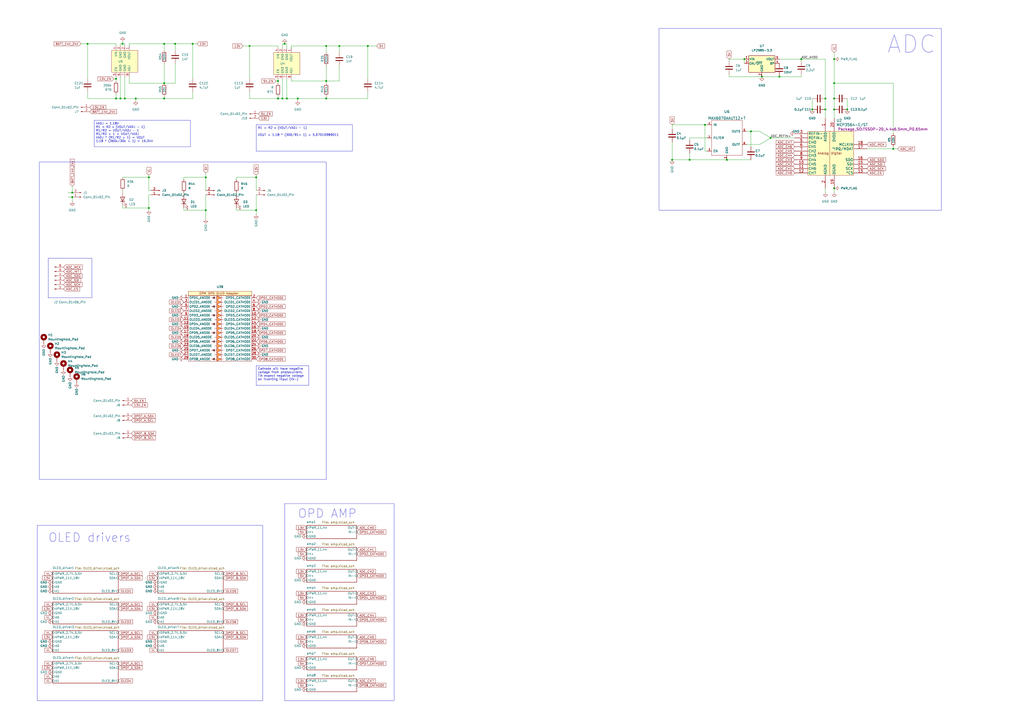
<source format=kicad_sch>
(kicad_sch (version 20230121) (generator eeschema)
  (paper "A2")
  (junction (at 400.05 92.71))
  (junction (at 435.61 76.2))
  (junction (at 119.38 121.92))
  (junction (at 78.74 57.15))
  (junction (at 421.64 92.71))
  (junction (at 483.87 109.22))
  (junction (at 161.29 57.15))
  (junction (at 471.17 63.5))
  (junction (at 452.12 44.45))
  (junction (at 196.85 26.67))
  (junction (at 67.31 57.15))
  (junction (at 95.25 48.26))
  (junction (at 95.25 25.4))
  (junction (at 86.36 120.65))
  (junction (at 86.36 102.87))
  (junction (at 518.16 86.36))
  (junction (at 163.83 57.15))
  (junction (at 189.23 46.99))
  (junction (at 69.85 57.15))
  (junction (at 464.82 34.29))
  (junction (at 148.59 102.87))
  (junction (at 161.29 46.99))
  (junction (at 483.87 34.29))
  (junction (at 189.23 26.67))
  (junction (at 111.76 25.4))
  (junction (at 166.37 57.15))
  (junction (at 144.78 26.67))
  (junction (at 483.87 57.15))
  (junction (at 41.91 111.76))
  (junction (at 483.87 63.5))
  (junction (at 50.8 25.4))
  (junction (at 491.49 63.5))
  (junction (at 72.39 57.15))
  (junction (at 447.04 80.01))
  (junction (at 71.12 25.4))
  (junction (at 119.38 102.87))
  (junction (at 213.36 26.67))
  (junction (at 189.23 57.15))
  (junction (at 148.59 121.92))
  (junction (at 483.87 48.26))
  (junction (at 67.31 45.72))
  (junction (at 478.79 57.15))
  (junction (at 431.8 34.29))
  (junction (at 95.25 57.15))
  (junction (at 101.6 25.4))
  (junction (at 41.91 114.3))
  (junction (at 441.96 44.45))
  (junction (at 172.72 57.15))
  (junction (at 478.79 63.5))
  (junction (at 165.1 25.4))
  (junction (at 389.89 92.71))
  (junction (at 408.94 72.39))
  (wire (pts (xy 518.16 48.26) (xy 518.16 77.47)))
  (wire (pts (xy 433.07 76.2) (xy 435.61 76.2)))
  (wire (pts (xy 491.49 57.15) (xy 491.49 63.5)))
  (wire (pts (xy 518.16 86.36) (xy 518.16 85.09)))
  (wire (pts (xy 101.6 25.4) (xy 111.76 25.4)))
  (wire (pts (xy 95.25 57.15) (xy 111.76 57.15)))
  (wire (pts (xy 137.16 111.76) (xy 137.16 113.03)))
  (wire (pts (xy 101.6 48.26) (xy 101.6 36.83)))
  (wire (pts (xy 69.85 44.45) (xy 69.85 57.15)))
  (wire (pts (xy 39.37 114.3) (xy 41.91 114.3)))
  (wire (pts (xy 119.38 113.03) (xy 119.38 121.92)))
  (wire (pts (xy 431.8 34.29) (xy 422.91 34.29)))
  (wire (pts (xy 196.85 26.67) (xy 213.36 26.67)))
  (wire (pts (xy 86.36 101.6) (xy 86.36 102.87)))
  (wire (pts (xy 86.36 110.49) (xy 87.63 110.49)))
  (wire (pts (xy 213.36 26.67) (xy 218.44 26.67)))
  (wire (pts (xy 67.31 54.61) (xy 67.31 57.15)))
  (wire (pts (xy 433.07 83.82) (xy 440.69 83.82)))
  (wire (pts (xy 140.97 26.67) (xy 144.78 26.67)))
  (wire (pts (xy 71.12 119.38) (xy 71.12 120.65)))
  (wire (pts (xy 478.79 111.76) (xy 478.79 109.22)))
  (wire (pts (xy 111.76 25.4) (xy 111.76 45.72)))
  (wire (pts (xy 106.68 120.65) (xy 106.68 121.92)))
  (wire (pts (xy 148.59 121.92) (xy 148.59 124.46)))
  (wire (pts (xy 137.16 104.14) (xy 137.16 102.87)))
  (wire (pts (xy 119.38 102.87) (xy 119.38 110.49)))
  (wire (pts (xy 161.29 57.15) (xy 144.78 57.15)))
  (wire (pts (xy 389.89 72.39) (xy 389.89 74.93)))
  (wire (pts (xy 410.21 80.01) (xy 400.05 80.01)))
  (wire (pts (xy 478.79 57.15) (xy 478.79 63.5)))
  (wire (pts (xy 111.76 57.15) (xy 111.76 53.34)))
  (wire (pts (xy 148.59 101.6) (xy 148.59 102.87)))
  (wire (pts (xy 50.8 57.15) (xy 50.8 53.34)))
  (wire (pts (xy 408.94 72.39) (xy 408.94 87.63)))
  (wire (pts (xy 189.23 38.1) (xy 189.23 46.99)))
  (wire (pts (xy 483.87 30.48) (xy 483.87 34.29)))
  (wire (pts (xy 106.68 102.87) (xy 119.38 102.87)))
  (wire (pts (xy 144.78 26.67) (xy 161.29 26.67)))
  (wire (pts (xy 168.91 26.67) (xy 189.23 26.67)))
  (wire (pts (xy 189.23 55.88) (xy 189.23 57.15)))
  (wire (pts (xy 163.83 57.15) (xy 161.29 57.15)))
  (wire (pts (xy 95.25 25.4) (xy 101.6 25.4)))
  (polyline (pts (xy 53.34 149.86) (xy 27.94 149.86)))
  (wire (pts (xy 95.25 55.88) (xy 95.25 57.15)))
  (wire (pts (xy 435.61 76.2) (xy 435.61 85.09)))
  (wire (pts (xy 422.91 34.29) (xy 422.91 35.56)))
  (wire (pts (xy 452.12 34.29) (xy 464.82 34.29)))
  (wire (pts (xy 148.59 102.87) (xy 148.59 110.49)))
  (wire (pts (xy 483.87 111.76) (xy 483.87 109.22)))
  (wire (pts (xy 168.91 46.99) (xy 189.23 46.99)))
  (wire (pts (xy 161.29 45.72) (xy 161.29 46.99)))
  (wire (pts (xy 189.23 57.15) (xy 213.36 57.15)))
  (wire (pts (xy 74.93 25.4) (xy 95.25 25.4)))
  (wire (pts (xy 163.83 25.4) (xy 165.1 25.4)))
  (wire (pts (xy 95.25 48.26) (xy 101.6 48.26)))
  (wire (pts (xy 87.63 113.03) (xy 86.36 113.03)))
  (wire (pts (xy 72.39 44.45) (xy 72.39 57.15)))
  (wire (pts (xy 74.93 48.26) (xy 95.25 48.26)))
  (wire (pts (xy 137.16 120.65) (xy 137.16 121.92)))
  (wire (pts (xy 464.82 34.29) (xy 478.79 34.29)))
  (wire (pts (xy 422.91 44.45) (xy 422.91 43.18)))
  (wire (pts (xy 71.12 25.4) (xy 69.85 25.4)))
  (wire (pts (xy 452.12 44.45) (xy 464.82 44.45)))
  (wire (pts (xy 71.12 24.13) (xy 71.12 25.4)))
  (polyline (pts (xy 53.34 149.86) (xy 53.34 172.72)))
  (wire (pts (xy 189.23 57.15) (xy 172.72 57.15)))
  (wire (pts (xy 196.85 26.67) (xy 196.85 30.48)))
  (wire (pts (xy 144.78 57.15) (xy 144.78 53.34)))
  (wire (pts (xy 478.79 63.5) (xy 478.79 68.58)))
  (wire (pts (xy 161.29 26.67) (xy 161.29 27.94)))
  (wire (pts (xy 483.87 34.29) (xy 483.87 48.26)))
  (wire (pts (xy 389.89 72.39) (xy 408.94 72.39)))
  (polyline (pts (xy 27.94 149.86) (xy 27.94 172.72)))
  (wire (pts (xy 71.12 102.87) (xy 86.36 102.87)))
  (wire (pts (xy 148.59 113.03) (xy 148.59 121.92)))
  (wire (pts (xy 50.8 57.15) (xy 67.31 57.15)))
  (polyline (pts (xy 27.94 172.72) (xy 53.34 172.72)))
  (wire (pts (xy 137.16 121.92) (xy 148.59 121.92)))
  (wire (pts (xy 431.8 34.29) (xy 431.8 36.83)))
  (wire (pts (xy 389.89 92.71) (xy 389.89 82.55)))
  (wire (pts (xy 471.17 57.15) (xy 471.17 63.5)))
  (wire (pts (xy 166.37 57.15) (xy 172.72 57.15)))
  (wire (pts (xy 39.37 111.76) (xy 41.91 111.76)))
  (wire (pts (xy 400.05 80.01) (xy 400.05 81.28)))
  (wire (pts (xy 163.83 45.72) (xy 163.83 57.15)))
  (wire (pts (xy 483.87 63.5) (xy 483.87 68.58)))
  (wire (pts (xy 400.05 92.71) (xy 421.64 92.71)))
  (wire (pts (xy 447.04 80.01) (xy 461.01 80.01)))
  (wire (pts (xy 106.68 121.92) (xy 119.38 121.92)))
  (wire (pts (xy 41.91 107.95) (xy 41.91 111.76)))
  (wire (pts (xy 101.6 25.4) (xy 101.6 29.21)))
  (wire (pts (xy 95.25 25.4) (xy 95.25 29.21)))
  (wire (pts (xy 72.39 26.67) (xy 72.39 25.4)))
  (wire (pts (xy 410.21 72.39) (xy 408.94 72.39)))
  (wire (pts (xy 189.23 26.67) (xy 196.85 26.67)))
  (wire (pts (xy 163.83 27.94) (xy 163.83 25.4)))
  (wire (pts (xy 168.91 45.72) (xy 168.91 46.99)))
  (wire (pts (xy 168.91 26.67) (xy 168.91 27.94)))
  (wire (pts (xy 441.96 44.45) (xy 452.12 44.45)))
  (wire (pts (xy 95.25 57.15) (xy 78.74 57.15)))
  (wire (pts (xy 464.82 34.29) (xy 464.82 35.56)))
  (wire (pts (xy 66.04 45.72) (xy 67.31 45.72)))
  (wire (pts (xy 74.93 44.45) (xy 74.93 48.26)))
  (wire (pts (xy 72.39 57.15) (xy 78.74 57.15)))
  (wire (pts (xy 483.87 57.15) (xy 483.87 63.5)))
  (wire (pts (xy 161.29 55.88) (xy 161.29 57.15)))
  (wire (pts (xy 41.91 116.84) (xy 41.91 114.3)))
  (wire (pts (xy 119.38 100.33) (xy 119.38 102.87)))
  (wire (pts (xy 111.76 25.4) (xy 114.3 25.4)))
  (wire (pts (xy 196.85 38.1) (xy 196.85 46.99)))
  (wire (pts (xy 161.29 46.99) (xy 161.29 48.26)))
  (wire (pts (xy 67.31 25.4) (xy 67.31 26.67)))
  (wire (pts (xy 69.85 25.4) (xy 69.85 26.67)))
  (wire (pts (xy 189.23 46.99) (xy 196.85 46.99)))
  (wire (pts (xy 421.64 92.71) (xy 435.61 92.71)))
  (wire (pts (xy 74.93 25.4) (xy 74.93 26.67)))
  (wire (pts (xy 189.23 26.67) (xy 189.23 30.48)))
  (wire (pts (xy 435.61 76.2) (xy 440.69 76.2)))
  (wire (pts (xy 518.16 86.36) (xy 520.7 86.36)))
  (wire (pts (xy 71.12 120.65) (xy 86.36 120.65)))
  (wire (pts (xy 166.37 27.94) (xy 166.37 25.4)))
  (wire (pts (xy 137.16 102.87) (xy 148.59 102.87)))
  (wire (pts (xy 408.94 87.63) (xy 410.21 87.63)))
  (wire (pts (xy 189.23 46.99) (xy 189.23 48.26)))
  (wire (pts (xy 213.36 26.67) (xy 213.36 45.72)))
  (wire (pts (xy 67.31 44.45) (xy 67.31 45.72)))
  (wire (pts (xy 166.37 25.4) (xy 165.1 25.4)))
  (wire (pts (xy 86.36 120.65) (xy 86.36 121.92)))
  (wire (pts (xy 160.02 46.99) (xy 161.29 46.99)))
  (wire (pts (xy 119.38 121.92) (xy 119.38 127)))
  (wire (pts (xy 46.99 25.4) (xy 50.8 25.4)))
  (wire (pts (xy 106.68 104.14) (xy 106.68 102.87)))
  (wire (pts (xy 163.83 57.15) (xy 166.37 57.15)))
  (wire (pts (xy 67.31 57.15) (xy 69.85 57.15)))
  (wire (pts (xy 144.78 26.67) (xy 144.78 45.72)))
  (wire (pts (xy 464.82 44.45) (xy 464.82 43.18)))
  (wire (pts (xy 86.36 113.03) (xy 86.36 120.65)))
  (wire (pts (xy 483.87 57.15) (xy 483.87 48.26)))
  (wire (pts (xy 78.74 57.15) (xy 78.74 58.42)))
  (wire (pts (xy 50.8 25.4) (xy 50.8 45.72)))
  (wire (pts (xy 71.12 25.4) (xy 72.39 25.4)))
  (wire (pts (xy 400.05 88.9) (xy 400.05 92.71)))
  (wire (pts (xy 50.8 25.4) (xy 67.31 25.4)))
  (wire (pts (xy 106.68 111.76) (xy 106.68 113.03)))
  (wire (pts (xy 478.79 34.29) (xy 478.79 57.15)))
  (wire (pts (xy 483.87 48.26) (xy 518.16 48.26)))
  (wire (pts (xy 69.85 57.15) (xy 72.39 57.15)))
  (wire (pts (xy 86.36 102.87) (xy 86.36 110.49)))
  (wire (pts (xy 166.37 45.72) (xy 166.37 57.15)))
  (wire (pts (xy 172.72 57.15) (xy 172.72 58.42)))
  (wire (pts (xy 95.25 36.83) (xy 95.25 48.26)))
  (wire (pts (xy 213.36 57.15) (xy 213.36 53.34)))
  (wire (pts (xy 67.31 45.72) (xy 67.31 46.99)))
  (wire (pts (xy 389.89 92.71) (xy 400.05 92.71)))
  (wire (pts (xy 440.69 83.82) (xy 447.04 80.01)))
  (wire (pts (xy 441.96 44.45) (xy 422.91 44.45)))
  (wire (pts (xy 440.69 76.2) (xy 447.04 80.01)))
  (wire (pts (xy 71.12 110.49) (xy 71.12 111.76)))
  (wire (pts (xy 502.92 86.36) (xy 518.16 86.36)))
  (rectangle (start 165.1 292.1) (end 228.6 406.4))
  (rectangle (start 22.86 93.98) (end 189.23 278.13))
  (rectangle (start 21.59 304.8) (end 152.4 406.4))
  (rectangle (start 382.27 16.51) (end 546.1 121.92))
  (text_box "VADJ = 1.18V\nR1 = R2 x (VOUT/VADJ - 1)\nR1/R2 = VOUT/VADJ - 1\nR1/R2 + 1 = VOUT/VADJ\nVADJ * (R1/R2 + 1) = VOUT\n1.18 * (360k/30k + 1) = 15.34V" (at 54.61 69.85 0) (size 55.88 15.24) (effects (font (size 1.27 1.27)) (justify left top)))
  (text_box "Cathode will have negative voltage from photocurrent.\nTIA expect negative voltage on inverting input (IN-)" (at 148.59 212.09 0) (size 30.48 11.43) (effects (font (size 1.27 1.27)) (justify left top)))
  (text_box "R1 = R2 x (VOUT/VADJ - 1)\n\nVOUT = 1.18 * (300/91+ 1) = 5.07010989011" (at 148.59 72.39 0) (size 55.88 15.24) (effects (font (size 1.27 1.27)) (justify left top)))
  (text "OPD AMP" (at 172.72 300.99 0) (effects (font (size 5 5)) (justify left bottom)))
  (text "ADC" (at 514.35 31.75 0) (effects (font (size 10 10)) (justify left bottom)))
  (text "OLED drivers" (at 27.94 314.96 0) (effects (font (size 5 5)) (justify left bottom)))
  (label "ADC_AVDD" (at 464.82 34.29 0))
  (label "ADC_REFIN+" (at 447.04 80.01 0))
  (global_label "DPOT_A_SDA" (shape input) (at 68.58 387.35 0) (property "Intersheetrefs" "${INTERSHEET_REFS}" (effects hide)))
  (global_label "13V" (shape input) (at 177.8 306.07 180) (property "Intersheetrefs" "${INTERSHEET_REFS}" (effects hide)))
  (global_label "OLED6" (shape input) (at 106.68 200.66 180) (property "Intersheetrefs" "${INTERSHEET_REFS}" (effects hide)))
  (global_label "OPD7_CATHODE" (shape input) (at 148.59 203.2 0) (property "Intersheetrefs" "${INTERSHEET_REFS}" (effects hide)))
  (global_label "DPOT_A_SCL" (shape input) (at 68.58 367.03 0) (property "Intersheetrefs" "${INTERSHEET_REFS}" (effects hide)))
  (global_label "OLED2" (shape input) (at 106.68 180.34 180) (property "Intersheetrefs" "${INTERSHEET_REFS}" (effects hide)))
  (global_label "VL" (shape input) (at 91.44 350.52 180) (property "Intersheetrefs" "${INTERSHEET_REFS}" (effects hide)))
  (global_label "OLED5" (shape input) (at 106.68 195.58 180) (property "Intersheetrefs" "${INTERSHEET_REFS}" (effects hide)))
  (global_label "OPD2_CATHODE" (shape input) (at 207.01 321.31 0) (property "Intersheetrefs" "${INTERSHEET_REFS}" (effects hide)))
  (global_label "OPD1_CATHODE" (shape input) (at 207.01 308.61 0) (property "Intersheetrefs" "${INTERSHEET_REFS}" (effects hide)))
  (global_label "ADC_CH6" (shape input) (at 207.01 382.27 0) (property "Intersheetrefs" "${INTERSHEET_REFS}" (effects hide)))
  (global_label "5V" (shape input) (at 177.8 346.71 180) (property "Intersheetrefs" "${INTERSHEET_REFS}" (effects hide)))
  (global_label "DPOT_A_SCL" (shape input) (at 76.2 243.84 0) (property "Intersheetrefs" "${INTERSHEET_REFS}" (effects hide)))
  (global_label "ADC_SDO" (shape input) (at 36.83 160.02 0) (property "Intersheetrefs" "${INTERSHEET_REFS}" (effects hide)))
  (global_label "DPOT_B_SCL" (shape input) (at 76.2 254 0) (property "Intersheetrefs" "${INTERSHEET_REFS}" (effects hide)))
  (global_label "OPD7_CATHODE" (shape input) (at 207.01 384.81 0) (property "Intersheetrefs" "${INTERSHEET_REFS}" (effects hide)))
  (global_label "DPOT_A_SDA" (shape input) (at 68.58 353.06 0) (property "Intersheetrefs" "${INTERSHEET_REFS}" (effects hide)))
  (global_label "OLED7" (shape input) (at 129.54 377.19 0) (property "Intersheetrefs" "${INTERSHEET_REFS}" (effects hide)))
  (global_label "5V" (shape input) (at 177.8 308.61 180) (property "Intersheetrefs" "${INTERSHEET_REFS}" (effects hide)))
  (global_label "DPOT_A_SDA" (shape input) (at 68.58 369.57 0) (property "Intersheetrefs" "${INTERSHEET_REFS}" (effects hide)))
  (global_label "OLED6" (shape input) (at 129.54 360.68 0) (property "Intersheetrefs" "${INTERSHEET_REFS}" (effects hide)))
  (global_label "ADC_MCK" (shape input) (at 36.83 154.94 0) (property "Intersheetrefs" "${INTERSHEET_REFS}" (effects hide)))
  (global_label "VL" (shape input) (at 30.48 350.52 180) (property "Intersheetrefs" "${INTERSHEET_REFS}" (effects hide)))
  (global_label "13V" (shape input) (at 148.59 101.6 90) (property "Intersheetrefs" "${INTERSHEET_REFS}" (effects hide)))
  (global_label "OLED1" (shape input) (at 106.68 175.26 180) (property "Intersheetrefs" "${INTERSHEET_REFS}" (effects hide)))
  (global_label "5V" (shape input) (at 177.8 321.31 180) (property "Intersheetrefs" "${INTERSHEET_REFS}" (effects hide)))
  (global_label "ADC_SDI" (shape input) (at 502.92 95.25 0) (property "Intersheetrefs" "${INTERSHEET_REFS}" (effects hide)))
  (global_label "DPOT_B_SCL" (shape input) (at 129.54 350.52 0) (property "Intersheetrefs" "${INTERSHEET_REFS}" (effects hide)))
  (global_label "13V" (shape input) (at 177.8 369.57 180) (property "Intersheetrefs" "${INTERSHEET_REFS}" (effects hide)))
  (global_label "5V_EN" (shape input) (at 149.86 66.04 0) (property "Intersheetrefs" "${INTERSHEET_REFS}" (effects hide)))
  (global_label "OPD8_CATHODE" (shape input) (at 148.59 208.28 0) (property "Intersheetrefs" "${INTERSHEET_REFS}" (effects hide)))
  (global_label "BATT_14V_24V" (shape input) (at 41.91 107.95 90) (property "Intersheetrefs" "${INTERSHEET_REFS}" (effects hide)))
  (global_label "VL" (shape input) (at 86.36 101.6 90) (property "Intersheetrefs" "${INTERSHEET_REFS}" (effects hide)))
  (global_label "DPOT_A_SDA" (shape input) (at 68.58 335.28 0) (property "Intersheetrefs" "${INTERSHEET_REFS}" (effects hide)))
  (global_label "ADC_CH6" (shape input) (at 461.01 85.09 180) (property "Intersheetrefs" "${INTERSHEET_REFS}" (effects hide)))
  (global_label "OPD2_CATHODE" (shape input) (at 148.59 177.8 0) (property "Intersheetrefs" "${INTERSHEET_REFS}" (effects hide)))
  (global_label "ADC_SCK" (shape input) (at 36.83 165.1 0) (property "Intersheetrefs" "${INTERSHEET_REFS}" (effects hide)))
  (global_label "DPOT_B_SDA" (shape input) (at 129.54 353.06 0) (property "Intersheetrefs" "${INTERSHEET_REFS}" (effects hide)))
  (global_label "13V_EN" (shape input) (at 76.2 234.95 0) (property "Intersheetrefs" "${INTERSHEET_REFS}" (effects hide)))
  (global_label "ADC_CH2" (shape input) (at 461.01 95.25 180) (property "Intersheetrefs" "${INTERSHEET_REFS}" (effects hide)))
  (global_label "ADC_CS" (shape input) (at 36.83 167.64 0) (property "Intersheetrefs" "${INTERSHEET_REFS}" (effects hide)))
  (global_label "ADC_SDO" (shape input) (at 502.92 92.71 0) (property "Intersheetrefs" "${INTERSHEET_REFS}" (effects hide)))
  (global_label "VL" (shape input) (at 91.44 377.19 180) (property "Intersheetrefs" "${INTERSHEET_REFS}" (effects hide)))
  (global_label "ADC_CH7" (shape input) (at 207.01 394.97 0) (property "Intersheetrefs" "${INTERSHEET_REFS}" (effects hide)))
  (global_label "ADC_CH0" (shape input) (at 207.01 306.07 0) (property "Intersheetrefs" "${INTERSHEET_REFS}" (effects hide)))
  (global_label "13V_EN" (shape input) (at 66.04 45.72 180) (property "Intersheetrefs" "${INTERSHEET_REFS}" (effects hide)))
  (global_label "OPD5_CATHODE" (shape input) (at 148.59 193.04 0) (property "Intersheetrefs" "${INTERSHEET_REFS}" (effects hide)))
  (global_label "DPOT_A_SCL" (shape input) (at 68.58 332.74 0) (property "Intersheetrefs" "${INTERSHEET_REFS}" (effects hide)))
  (global_label "ADC_SDI" (shape input) (at 36.83 162.56 0) (property "Intersheetrefs" "${INTERSHEET_REFS}" (effects hide)))
  (global_label "OLED4" (shape input) (at 68.58 394.97 0) (property "Intersheetrefs" "${INTERSHEET_REFS}" (effects hide)))
  (global_label "13V" (shape input) (at 177.8 331.47 180) (property "Intersheetrefs" "${INTERSHEET_REFS}" (effects hide)))
  (global_label "ADC_CS" (shape input) (at 502.92 100.33 0) (property "Intersheetrefs" "${INTERSHEET_REFS}" (effects hide)))
  (global_label "ADC_CH4" (shape input) (at 461.01 90.17 180) (property "Intersheetrefs" "${INTERSHEET_REFS}" (effects hide)))
  (global_label "ADC_CH7" (shape input) (at 461.01 82.55 180) (property "Intersheetrefs" "${INTERSHEET_REFS}" (effects hide)))
  (global_label "ADC_SCK" (shape input) (at 502.92 97.79 0) (property "Intersheetrefs" "${INTERSHEET_REFS}" (effects hide)))
  (global_label "VL" (shape input) (at 30.48 377.19 180) (property "Intersheetrefs" "${INTERSHEET_REFS}" (effects hide)))
  (global_label "DPOT_A_SCL" (shape input) (at 68.58 350.52 0) (property "Intersheetrefs" "${INTERSHEET_REFS}" (effects hide)))
  (global_label "13V" (shape input) (at 177.8 356.87 180) (property "Intersheetrefs" "${INTERSHEET_REFS}" (effects hide)))
  (global_label "OLED3" (shape input) (at 106.68 185.42 180) (property "Intersheetrefs" "${INTERSHEET_REFS}" (effects hide)))
  (global_label "OPD4_CATHODE" (shape input) (at 148.59 187.96 0) (property "Intersheetrefs" "${INTERSHEET_REFS}" (effects hide)))
  (global_label "13V" (shape input) (at 91.44 369.57 180) (property "Intersheetrefs" "${INTERSHEET_REFS}" (effects hide)))
  (global_label "DPOT_A_SCL" (shape input) (at 68.58 384.81 0) (property "Intersheetrefs" "${INTERSHEET_REFS}" (effects hide)))
  (global_label "5V_EN" (shape input) (at 76.2 232.41 0) (property "Intersheetrefs" "${INTERSHEET_REFS}" (effects hide)))
  (global_label "13V" (shape input) (at 30.48 369.57 180) (property "Intersheetrefs" "${INTERSHEET_REFS}" (effects hide)))
  (global_label "5V" (shape input) (at 422.91 34.29 90) (property "Intersheetrefs" "${INTERSHEET_REFS}" (effects hide)))
  (global_label "13V" (shape input) (at 149.86 68.58 0) (property "Intersheetrefs" "${INTERSHEET_REFS}" (effects hide)))
  (global_label "13V" (shape input) (at 91.44 335.28 180) (property "Intersheetrefs" "${INTERSHEET_REFS}" (effects hide)))
  (global_label "ADC_CH1" (shape input) (at 461.01 97.79 180) (property "Intersheetrefs" "${INTERSHEET_REFS}" (effects hide)))
  (global_label "ADC_CH4" (shape input) (at 207.01 356.87 0) (property "Intersheetrefs" "${INTERSHEET_REFS}" (effects hide)))
  (global_label "OLED4" (shape input) (at 106.68 190.5 180) (property "Intersheetrefs" "${INTERSHEET_REFS}" (effects hide)))
  (global_label "BATT_14V_24V" (shape input) (at 52.07 64.77 0) (property "Intersheetrefs" "${INTERSHEET_REFS}" (effects hide)))
  (global_label "VL" (shape input) (at 91.44 367.03 180) (property "Intersheetrefs" "${INTERSHEET_REFS}" (effects hide)))
  (global_label "ADC_CH2" (shape input) (at 207.01 331.47 0) (property "Intersheetrefs" "${INTERSHEET_REFS}" (effects hide)))
  (global_label "OLED1" (shape input) (at 68.58 342.9 0) (property "Intersheetrefs" "${INTERSHEET_REFS}" (effects hide)))
  (global_label "ADC_CH3" (shape input) (at 207.01 344.17 0) (property "Intersheetrefs" "${INTERSHEET_REFS}" (effects hide)))
  (global_label "ADC_CH5" (shape input) (at 461.01 87.63 180) (property "Intersheetrefs" "${INTERSHEET_REFS}" (effects hide)))
  (global_label "5V" (shape input) (at 119.38 100.33 90) (property "Intersheetrefs" "${INTERSHEET_REFS}" (effects hide)))
  (global_label "ADC_INT" (shape input) (at 520.7 86.36 0) (property "Intersheetrefs" "${INTERSHEET_REFS}" (effects hide)))
  (global_label "VL" (shape input) (at 91.44 358.14 180) (property "Intersheetrefs" "${INTERSHEET_REFS}" (effects hide)))
  (global_label "VL" (shape input) (at 30.48 394.97 180) (property "Intersheetrefs" "${INTERSHEET_REFS}" (effects hide)))
  (global_label "VL" (shape input) (at 30.48 358.14 180) (property "Intersheetrefs" "${INTERSHEET_REFS}" (effects hide)))
  (global_label "ADC_CH3" (shape input) (at 461.01 92.71 180) (property "Intersheetrefs" "${INTERSHEET_REFS}" (effects hide)))
  (global_label "VL" (shape input) (at 30.48 392.43 180) (property "Intersheetrefs" "${INTERSHEET_REFS}" (effects hide)))
  (global_label "DPOT_B_SDA" (shape input) (at 129.54 369.57 0) (property "Intersheetrefs" "${INTERSHEET_REFS}" (effects hide)))
  (global_label "VL" (shape input) (at 483.87 30.48 90) (property "Intersheetrefs" "${INTERSHEET_REFS}" (effects hide)))
  (global_label "13V" (shape input) (at 30.48 353.06 180) (property "Intersheetrefs" "${INTERSHEET_REFS}" (effects hide)))
  (global_label "OPD6_CATHODE" (shape input) (at 207.01 372.11 0) (property "Intersheetrefs" "${INTERSHEET_REFS}" (effects hide)))
  (global_label "OPD3_CATHODE" (shape input) (at 148.59 182.88 0) (property "Intersheetrefs" "${INTERSHEET_REFS}" (effects hide)))
  (global_label "DPOT_B_SCL" (shape input) (at 129.54 332.74 0) (property "Intersheetrefs" "${INTERSHEET_REFS}" (effects hide)))
  (global_label "13V" (shape input) (at 177.8 318.77 180) (property "Intersheetrefs" "${INTERSHEET_REFS}" (effects hide)))
  (global_label "13V" (shape input) (at 30.48 335.28 180) (property "Intersheetrefs" "${INTERSHEET_REFS}" (effects hide)))
  (global_label "5V" (shape input) (at 177.8 384.81 180) (property "Intersheetrefs" "${INTERSHEET_REFS}" (effects hide)))
  (global_label "13V" (shape input) (at 177.8 344.17 180) (property "Intersheetrefs" "${INTERSHEET_REFS}" (effects hide)))
  (global_label "ADC_INT" (shape input) (at 36.83 157.48 0) (property "Intersheetrefs" "${INTERSHEET_REFS}" (effects hide)))
  (global_label "OLED2" (shape input) (at 68.58 360.68 0) (property "Intersheetrefs" "${INTERSHEET_REFS}" (effects hide)))
  (global_label "13V" (shape input) (at 140.97 26.67 180) (property "Intersheetrefs" "${INTERSHEET_REFS}" (effects hide)))
  (global_label "VL" (shape input) (at 30.48 384.81 180) (property "Intersheetrefs" "${INTERSHEET_REFS}" (effects hide)))
  (global_label "VL" (shape input) (at 30.48 332.74 180) (property "Intersheetrefs" "${INTERSHEET_REFS}" (effects hide)))
  (global_label "5V" (shape input) (at 218.44 26.67 0) (property "Intersheetrefs" "${INTERSHEET_REFS}" (effects hide)))
  (global_label "13V" (shape input) (at 91.44 353.06 180) (property "Intersheetrefs" "${INTERSHEET_REFS}" (effects hide)))
  (global_label "13V" (shape input) (at 177.8 382.27 180) (property "Intersheetrefs" "${INTERSHEET_REFS}" (effects hide)))
  (global_label "ADC_MCK" (shape input) (at 502.92 83.82 0) (property "Intersheetrefs" "${INTERSHEET_REFS}" (effects hide)))
  (global_label "ADC_CH0" (shape input) (at 461.01 100.33 180) (property "Intersheetrefs" "${INTERSHEET_REFS}" (effects hide)))
  (global_label "5V" (shape input) (at 177.8 359.41 180) (property "Intersheetrefs" "${INTERSHEET_REFS}" (effects hide)))
  (global_label "OPD8_CATHODE" (shape input) (at 207.01 397.51 0) (property "Intersheetrefs" "${INTERSHEET_REFS}" (effects hide)))
  (global_label "5V" (shape input) (at 389.89 72.39 90) (property "Intersheetrefs" "${INTERSHEET_REFS}" (effects hide)))
  (global_label "OPD6_CATHODE" (shape input) (at 148.59 198.12 0) (property "Intersheetrefs" "${INTERSHEET_REFS}" (effects hide)))
  (global_label "OLED7" (shape input) (at 106.68 205.74 180) (property "Intersheetrefs" "${INTERSHEET_REFS}" (effects hide)))
  (global_label "DPOT_A_SDA" (shape input) (at 76.2 241.3 0) (property "Intersheetrefs" "${INTERSHEET_REFS}" (effects hide)))
  (global_label "DPOT_B_SCL" (shape input) (at 129.54 367.03 0) (property "Intersheetrefs" "${INTERSHEET_REFS}" (effects hide)))
  (global_label "OLED3" (shape input) (at 68.58 377.19 0) (property "Intersheetrefs" "${INTERSHEET_REFS}" (effects hide)))
  (global_label "5V" (shape input) (at 177.8 397.51 180) (property "Intersheetrefs" "${INTERSHEET_REFS}" (effects hide)))
  (global_label "ADC_CH1" (shape input) (at 207.01 318.77 0) (property "Intersheetrefs" "${INTERSHEET_REFS}" (effects hide)))
  (global_label "VL" (shape input) (at 91.44 332.74 180) (property "Intersheetrefs" "${INTERSHEET_REFS}" (effects hide)))
  (global_label "13V_EN" (shape input) (at 52.07 62.23 0) (property "Intersheetrefs" "${INTERSHEET_REFS}" (effects hide)))
  (global_label "ADC_CH5" (shape input) (at 207.01 369.57 0) (property "Intersheetrefs" "${INTERSHEET_REFS}" (effects hide)))
  (global_label "OPD3_CATHODE" (shape input) (at 207.01 334.01 0) (property "Intersheetrefs" "${INTERSHEET_REFS}" (effects hide)))
  (global_label "5V_EN" (shape input) (at 160.02 46.99 180) (property "Intersheetrefs" "${INTERSHEET_REFS}" (effects hide)))
  (global_label "5V" (shape input) (at 177.8 334.01 180) (property "Intersheetrefs" "${INTERSHEET_REFS}" (effects hide)))
  (global_label "OPD4_CATHODE" (shape input) (at 207.01 346.71 0) (property "Intersheetrefs" "${INTERSHEET_REFS}" (effects hide)))
  (global_label "BATT_14V_24V" (shape input) (at 46.99 25.4 180) (property "Intersheetrefs" "${INTERSHEET_REFS}" (effects hide)))
  (global_label "VL" (shape input) (at 30.48 367.03 180) (property "Intersheetrefs" "${INTERSHEET_REFS}" (effects hide)))
  (global_label "13V" (shape input) (at 114.3 25.4 0) (property "Intersheetrefs" "${INTERSHEET_REFS}" (effects hide)))
  (global_label "5V" (shape input) (at 177.8 372.11 180) (property "Intersheetrefs" "${INTERSHEET_REFS}" (effects hide)))
  (global_label "DPOT_B_SDA" (shape input) (at 129.54 335.28 0) (property "Intersheetrefs" "${INTERSHEET_REFS}" (effects hide)))
  (global_label "OPD1_CATHODE" (shape input) (at 148.59 172.72 0) (property "Intersheetrefs" "${INTERSHEET_REFS}" (effects hide)))
  (global_label "DPOT_B_SDA" (shape input) (at 76.2 251.46 0) (property "Intersheetrefs" "${INTERSHEET_REFS}" (effects hide)))
  (global_label "13V" (shape input) (at 30.48 387.35 180) (property "Intersheetrefs" "${INTERSHEET_REFS}" (effects hide)))
  (global_label "OLED5" (shape input) (at 129.54 342.9 0) (property "Intersheetrefs" "${INTERSHEET_REFS}" (effects hide)))
  (global_label "13V" (shape input) (at 177.8 394.97 180) (property "Intersheetrefs" "${INTERSHEET_REFS}" (effects hide)))
  (global_label "OPD5_CATHODE" (shape input) (at 207.01 359.41 0) (property "Intersheetrefs" "${INTERSHEET_REFS}" (effects hide)))
  (symbol (lib_id "power:GND") (at 71.12 24.13 180) (unit 1)
    (property "Reference" "#PWR09" (effects hide))
    (property "Value" "GND" (at 71.12 19.05 0))
  )
  (symbol (lib_id "power:GND") (at 172.72 58.42 0) (unit 1)
    (property "Reference" "#PWR04" (effects hide))
    (property "Value" "GND" (at 172.72 63.5 0))
  )
  (symbol (lib_id "tiabt:OPM-Adapter") (at 85.09 153.67 0) (unit 1)
    (property "Reference" "U38" (at 127.635 166.37 0))
    (property "Value" "~" (at 106.68 175.26 0))
    (property "Footprint" "Connector_PinHeader_2.54mm:PinHeader_2x15_P2.54mm_Vertical" (effects hide))
  )
  (symbol (lib_id "power:GND") (at 25.4 199.39 0) (unit 1)
    (property "Reference" "#PWR0140" (effects hide))
    (property "Value" "GND" (at 25.4 204.47 90))
  )
  (symbol (lib_id "Connector:Conn_01x02_Pin") (at 124.46 113.03 180) (unit 1)
    (property "Reference" "J4" (at 125.73 110.49 0) (effects (justify right)))
    (property "Value" "Conn_01x02_Pin" (at 125.73 113.03 0) (effects (justify right)))
    (property "Footprint" "Connector_JST:JST_XH_B2B-XH-A_1x02_P2.50mm_Vertical" (effects hide))
  )
  (symbol (lib_id "Device:R") (at 189.23 34.29 0) (unit 1)
    (property "Reference" "R35" (at 186.944 34.036 90))
    (property "Value" "300k" (at 189.23 34.29 90))
    (property "Footprint" "Resistor_SMD:R_0603_1608Metric" (effects hide))
  )
  (symbol (lib_id "Device:R") (at 518.16 81.28 0) (unit 1)
    (property "Reference" "R5" (at 515.874 81.026 90))
    (property "Value" "10k" (at 518.16 81.28 90))
    (property "Footprint" "Resistor_SMD:R_0603_1608Metric" (effects hide))
  )
  (symbol (lib_id "power:GND") (at 30.48 360.68 270) (unit 1)
    (property "Reference" "#PWR011" (effects hide))
    (property "Value" "GND" (at 25.4 360.68 90))
  )
  (symbol (lib_id "power:GND") (at 461.01 77.47 270) (unit 1)
    (property "Reference" "#PWR0104" (effects hide))
    (property "Value" "GND" (at 459.74 76.2 90) (effects (justify left)))
  )
  (symbol (lib_id "power:GND") (at 177.8 361.95 270) (unit 1)
    (property "Reference" "#PWR036" (effects hide))
    (property "Value" "GND" (at 172.72 361.95 90))
  )
  (symbol (lib_id "Device:C") (at 111.76 49.53 0) (unit 1)
    (property "Reference" "C122" (at 115.57 48.26 0) (effects (justify left)))
    (property "Value" "4.7uF" (at 115.57 50.8 0) (effects (justify left)))
    (property "Footprint" "Capacitor_SMD:C_0805_2012Metric" (effects hide))
  )
  (symbol (lib_id "power:GND") (at 91.44 374.65 270) (unit 1)
    (property "Reference" "#PWR013" (effects hide))
    (property "Value" "GND" (at 86.36 374.65 90))
  )
  (symbol (lib_id "Device:LED") (at 71.12 115.57 90) (unit 1)
    (property "Reference" "D2" (at 74.93 115.8874 90) (effects (justify right)))
    (property "Value" "LED" (at 74.93 118.4274 90) (effects (justify right)))
    (property "Footprint" "LED_SMD:LED_0603_1608Metric" (effects hide))
  )
  (symbol (lib_id "power:GND") (at 30.48 389.89 270) (unit 1)
    (property "Reference" "#PWR020" (effects hide))
    (property "Value" "GND" (at 25.4 389.89 90))
  )
  (symbol (lib_id "Device:C") (at 101.6 33.02 0) (unit 1)
    (property "Reference" "C15" (at 105.41 31.75 0) (effects (justify left)))
    (property "Value" "1nF" (at 105.41 34.29 0) (effects (justify left)))
    (property "Footprint" "Capacitor_SMD:C_0603_1608Metric" (effects hide))
  )
  (symbol (lib_id "Connector:Conn_01x02_Pin") (at 71.12 251.46 0) (unit 1)
    (property "Reference" "J9" (at 69.85 254 0) (effects (justify right)))
    (property "Value" "Conn_01x02_Pin" (at 69.85 251.46 0) (effects (justify right)))
    (property "Footprint" "Connector_JST:JST_XH_B2B-XH-A_1x02_P2.50mm_Vertical" (effects hide))
  )
  (symbol (lib_id "power:GND") (at 106.68 187.96 270) (unit 1)
    (property "Reference" "#PWR048" (effects hide))
    (property "Value" "GND" (at 101.6 187.96 90))
  )
  (symbol (lib_id "Device:R") (at 161.29 52.07 180) (unit 1)
    (property "Reference" "R71" (at 158.75 53.3401 0) (effects (justify left)))
    (property "Value" "R" (at 158.75 50.8 0) (effects (justify left)))
    (property "Footprint" "Resistor_SMD:R_0603_1608Metric" (effects hide))
  )
  (symbol (lib_id "power:GND") (at 30.48 355.6 270) (unit 1)
    (property "Reference" "#PWR018" (effects hide))
    (property "Value" "GND" (at 25.4 355.6 90))
  )
  (symbol (lib_id "power:GND") (at 148.59 190.5 90) (unit 1)
    (property "Reference" "#PWR049" (effects hide))
    (property "Value" "GND" (at 153.67 190.5 90))
  )
  (symbol (lib_id "Connector:Conn_01x02_Pin") (at 46.99 62.23 0) (unit 1)
    (property "Reference" "J7" (at 45.72 64.77 0) (effects (justify right)))
    (property "Value" "Conn_01x02_Pin" (at 45.72 62.23 0) (effects (justify right)))
    (property "Footprint" "Connector_PinHeader_2.54mm:PinHeader_1x02_P2.54mm_Vertical" (effects hide))
  )
  (symbol (lib_id "LDL212:LDL212") (at 166.37 36.83 270) (unit 1)
    (property "Reference" "U4" (at 162.56 36.83 90) (effects (justify left)))
    (property "Value" "~" (at 168.91 27.94 0))
    (property "Footprint" "Package_SO:SOIC-8_3.9x4.9mm_P1.27mm" (effects hide))
  )
  (symbol (lib_id "power:GND") (at 177.8 336.55 270) (unit 1)
    (property "Reference" "#PWR032" (effects hide))
    (property "Value" "GND" (at 172.72 336.55 90))
  )
  (symbol (lib_id "Device:C") (at 487.68 57.15 90) (unit 1)
    (property "Reference" "C12" (at 495.3 57.15 90))
    (property "Value" "1µF" (at 500.38 57.15 90))
    (property "Footprint" "Capacitor_SMD:C_0603_1608Metric" (effects hide))
  )
  (symbol (lib_id "Connector:Conn_01x02_Pin") (at 144.78 66.04 0) (unit 1)
    (property "Reference" "J10" (at 143.51 68.58 0) (effects (justify right)))
    (property "Value" "Conn_01x02_Pin" (at 143.51 66.04 0) (effects (justify right)))
    (property "Footprint" "Connector_PinHeader_2.54mm:PinHeader_1x02_P2.54mm_Vertical" (effects hide))
  )
  (symbol (lib_id "Device:R") (at 67.31 50.8 180) (unit 1)
    (property "Reference" "R70" (at 64.77 52.0701 0) (effects (justify left)))
    (property "Value" "200k" (at 64.77 49.53 0) (effects (justify left)))
    (property "Footprint" "Resistor_SMD:R_0603_1608Metric" (effects hide))
  )
  (symbol (lib_id "power:GND") (at 441.96 44.45 0) (unit 1)
    (property "Reference" "#PWR0116" (effects hide))
    (property "Value" "GND" (at 441.96 49.53 0))
  )
  (symbol (lib_id "power:GND") (at 91.44 340.36 270) (unit 1)
    (property "Reference" "#PWR015" (effects hide))
    (property "Value" "GND" (at 86.36 340.36 90))
  )
  (symbol (lib_id "Connector:Conn_01x02_Pin") (at 92.71 113.03 180) (unit 1)
    (property "Reference" "J3" (at 93.98 110.49 0) (effects (justify right)))
    (property "Value" "Conn_01x02_Pin" (at 93.98 113.03 0) (effects (justify right)))
    (property "Footprint" "Connector_JST:JST_XH_B2B-XH-A_1x02_P2.50mm_Vertical" (effects hide))
  )
  (symbol (lib_id "power:PWR_FLAG") (at 483.87 34.29 270) (unit 1)
    (property "Reference" "#FLG01" (effects hide))
    (property "Value" "PWR_FLAG" (at 487.68 34.29 90) (effects (justify left)))
  )
  (symbol (lib_id "Device:C") (at 474.98 57.15 90) (unit 1)
    (property "Reference" "C10" (at 468.63 57.15 90))
    (property "Value" "1µF" (at 463.55 57.15 90))
    (property "Footprint" "Capacitor_SMD:C_0603_1608Metric" (effects hide))
  )
  (symbol (lib_id "power:GND") (at 471.17 63.5 0) (unit 1)
    (property "Reference" "#PWR0105" (effects hide))
    (property "Value" "GND" (at 471.17 68.58 0))
  )
  (symbol (lib_id "power:GND") (at 148.59 205.74 90) (unit 1)
    (property "Reference" "#PWR055" (effects hide))
    (property "Value" "GND" (at 153.67 205.74 90))
  )
  (symbol (lib_id "power:GND") (at 106.68 198.12 270) (unit 1)
    (property "Reference" "#PWR044" (effects hide))
    (property "Value" "GND" (at 101.6 198.12 90))
  )
  (symbol (lib_id "power:GND") (at 148.59 200.66 90) (unit 1)
    (property "Reference" "#PWR053" (effects hide))
    (property "Value" "GND" (at 153.67 200.66 90))
  )
  (symbol (lib_id "Device:C") (at 196.85 34.29 0) (unit 1)
    (property "Reference" "C19" (at 200.66 33.02 0) (effects (justify left)))
    (property "Value" "1nF" (at 200.66 35.56 0) (effects (justify left)))
    (property "Footprint" "Capacitor_SMD:C_0603_1608Metric" (effects hide))
  )
  (symbol (lib_id "power:GND") (at 478.79 111.76 0) (unit 1)
    (property "Reference" "#PWR0101" (effects hide))
    (property "Value" "GND" (at 478.79 116.84 0))
  )
  (symbol (lib_id "Mechanical:MountingHole_Pad") (at 36.83 212.09 0) (unit 1)
    (property "Reference" "H4" (at 39.37 209.5499 0) (effects (justify left)))
    (property "Value" "MountingHole_Pad" (at 39.37 212.0899 0) (effects (justify left)))
    (property "Footprint" "MountingHole:MountingHole_3.2mm_M3_Pad_Via" (effects hide))
  )
  (symbol (lib_id "power:GND") (at 177.8 323.85 270) (unit 1)
    (property "Reference" "#PWR030" (effects hide))
    (property "Value" "GND" (at 172.72 323.85 90))
  )
  (symbol (lib_id "power:GND") (at 86.36 121.92 0) (unit 1)
    (property "Reference" "#PWR0129" (effects hide))
    (property "Value" "GND" (at 86.36 127 90))
  )
  (symbol (lib_id "Device:C") (at 144.78 49.53 0) (unit 1)
    (property "Reference" "C113" (at 135.89 48.26 0) (effects (justify left)))
    (property "Value" "1uF" (at 135.89 50.8 0) (effects (justify left)))
    (property "Footprint" "Capacitor_SMD:C_0805_2012Metric" (effects hide))
  )
  (symbol (lib_id "power:GND") (at 41.91 116.84 0) (unit 1)
    (property "Reference" "#PWR0130" (effects hide))
    (property "Value" "GND" (at 41.91 121.92 0))
  )
  (symbol (lib_id "Device:R") (at 106.68 107.95 0) (unit 1)
    (property "Reference" "R44" (at 109.22 106.6799 0) (effects (justify left)))
    (property "Value" "R" (at 109.22 109.22 0) (effects (justify left)))
    (property "Footprint" "Resistor_SMD:R_0603_1608Metric" (effects hide))
  )
  (symbol (lib_id "power:GND") (at 91.44 337.82 270) (unit 1)
    (property "Reference" "#PWR024" (effects hide))
    (property "Value" "GND" (at 86.36 337.82 90))
  )
  (symbol (lib_id "power:GND") (at 106.68 182.88 270) (unit 1)
    (property "Reference" "#PWR050" (effects hide))
    (property "Value" "GND" (at 101.6 182.88 90))
  )
  (symbol (lib_id "Device:C") (at 435.61 88.9 0) (unit 1)
    (property "Reference" "C7" (at 438.15 87.63 0) (effects (justify left)))
    (property "Value" "0.1µF" (at 438.15 90.17 0) (effects (justify left)))
    (property "Footprint" "Capacitor_SMD:C_0603_1608Metric" (effects hide))
  )
  (symbol (lib_id "power:GND") (at 389.89 92.71 0) (unit 1)
    (property "Reference" "#PWR0137" (effects hide))
    (property "Value" "GND" (at 389.89 100.33 90) (effects (justify left)))
  )
  (symbol (lib_id "power:GND") (at 91.44 342.9 270) (unit 1)
    (property "Reference" "#PWR016" (effects hide))
    (property "Value" "GND" (at 86.36 342.9 90))
  )
  (symbol (lib_id "Device:R") (at 189.23 52.07 0) (unit 1)
    (property "Reference" "R43" (at 186.944 51.816 90))
    (property "Value" "91k" (at 189.23 52.07 90))
    (property "Footprint" "Resistor_SMD:R_0603_1608Metric" (effects hide))
  )
  (symbol (lib_id "Mechanical:MountingHole_Pad") (at 44.45 219.71 0) (unit 1)
    (property "Reference" "H6" (at 46.99 217.1699 0) (effects (justify left)))
    (property "Value" "MountingHole_Pad" (at 46.99 219.7099 0) (effects (justify left)))
    (property "Footprint" "MountingHole:MountingHole_3.2mm_M3_Pad_Via" (effects hide))
  )
  (symbol (lib_id "power:GND") (at 177.8 400.05 270) (unit 1)
    (property "Reference" "#PWR041" (effects hide))
    (property "Value" "GND" (at 172.72 400.05 90))
  )
  (symbol (lib_id "power:GND") (at 30.48 372.11 270) (unit 1)
    (property "Reference" "#PWR019" (effects hide))
    (property "Value" "GND" (at 25.4 372.11 90))
  )
  (symbol (lib_id "Device:C") (at 213.36 49.53 0) (unit 1)
    (property "Reference" "C114" (at 217.17 48.26 0) (effects (justify left)))
    (property "Value" "4.7uF" (at 217.17 50.8 0) (effects (justify left)))
    (property "Footprint" "Capacitor_SMD:C_0805_2012Metric" (effects hide))
  )
  (symbol (lib_id "Device:C") (at 422.91 39.37 0) (unit 1)
    (property "Reference" "C6" (at 426.72 38.0999 0) (effects (justify left)))
    (property "Value" "1uF" (at 426.72 40.6399 0) (effects (justify left)))
    (property "Footprint" "Capacitor_SMD:C_0603_1608Metric" (effects hide))
  )
  (symbol (lib_id "power:GND") (at 30.48 340.36 270) (unit 1)
    (property "Reference" "#PWR010" (effects hide))
    (property "Value" "GND" (at 25.4 340.36 90))
  )
  (symbol (lib_id "Mechanical:MountingHole_Pad") (at 40.64 215.9 0) (unit 1)
    (property "Reference" "H5" (at 43.18 213.3599 0) (effects (justify left)))
    (property "Value" "MountingHole_Pad" (at 43.18 215.8999 0) (effects (justify left)))
    (property "Footprint" "MountingHole:MountingHole_3.2mm_M3_Pad_Via" (effects hide))
  )
  (symbol (lib_id "power:GND") (at 40.64 218.44 0) (unit 1)
    (property "Reference" "#PWR01" (effects hide))
    (property "Value" "GND" (at 40.64 223.52 90))
  )
  (symbol (lib_id "Mechanical:MountingHole_Pad") (at 33.02 207.01 0) (unit 1)
    (property "Reference" "H3" (at 35.56 204.4699 0) (effects (justify left)))
    (property "Value" "MountingHole_Pad" (at 35.56 207.0099 0) (effects (justify left)))
    (property "Footprint" "MountingHole:MountingHole_3.2mm_M3_Pad_Via" (effects hide))
  )
  (symbol (lib_id "Device:LED") (at 106.68 116.84 90) (unit 1)
    (property "Reference" "D1" (at 110.49 117.1574 90) (effects (justify right)))
    (property "Value" "LED" (at 110.49 119.6974 90) (effects (justify right)))
    (property "Footprint" "LED_SMD:LED_0603_1608Metric" (effects hide))
  )
  (symbol (lib_id "power:GND") (at 78.74 58.42 0) (unit 1)
    (property "Reference" "#PWR05" (effects hide))
    (property "Value" "GND" (at 78.74 63.5 0))
  )
  (symbol (lib_id "power:GND") (at 106.68 172.72 270) (unit 1)
    (property "Reference" "#PWR054" (effects hide))
    (property "Value" "GND" (at 101.6 172.72 90))
  )
  (symbol (lib_id "max6070:MAX6070AAUT12+T") (at 421.64 80.01 0) (unit 1)
    (property "Reference" "U6" (at 421.64 64.77 0) (effects (font (size 1.524 1.524))))
    (property "Value" "MAX6070AAUT12+T" (at 421.64 68.58 0) (effects (font (size 1.524 1.524))))
    (property "Footprint" "Package_TO_SOT_SMD:SOT-23-6" (effects hide))
    (property "Sim.Enable" "0" (effects hide))
  )
  (symbol (lib_id "power:GND") (at 91.44 355.6 270) (unit 1)
    (property "Reference" "#PWR023" (effects hide))
    (property "Value" "GND" (at 86.36 355.6 90))
  )
  (symbol (lib_id "power:GND") (at 177.8 349.25 270) (unit 1)
    (property "Reference" "#PWR034" (effects hide))
    (property "Value" "GND" (at 172.72 349.25 90))
  )
  (symbol (lib_id "power:GND") (at 106.68 208.28 270) (unit 1)
    (property "Reference" "#PWR056" (effects hide))
    (property "Value" "GND" (at 101.6 208.28 90))
  )
  (symbol (lib_id "power:GND") (at 106.68 203.2 270) (unit 1)
    (property "Reference" "#PWR042" (effects hide))
    (property "Value" "GND" (at 101.6 203.2 90))
  )
  (symbol (lib_id "Device:C") (at 452.12 40.64 0) (unit 1)
    (property "Reference" "C8" (at 454.66 39.37 0) (effects (justify left)))
    (property "Value" "10nF" (at 454.66 41.91 0) (effects (justify left)))
    (property "Footprint" "Capacitor_SMD:C_0603_1608Metric" (effects hide))
  )
  (symbol (lib_id "power:GND") (at 148.59 124.46 0) (unit 1)
    (property "Reference" "#PWR07" (effects hide))
    (property "Value" "GND" (at 148.59 129.54 90))
  )
  (symbol (lib_id "power:GND") (at 29.21 204.47 0) (unit 1)
    (property "Reference" "#PWR0139" (effects hide))
    (property "Value" "GND" (at 29.21 209.55 90))
  )
  (symbol (lib_id "power:GND") (at 177.8 387.35 270) (unit 1)
    (property "Reference" "#PWR040" (effects hide))
    (property "Value" "GND" (at 172.72 387.35 90))
  )
  (symbol (lib_id "Connector:Conn_01x02_Pin") (at 153.67 113.03 180) (unit 1)
    (property "Reference" "J5" (at 154.94 110.49 0) (effects (justify right)))
    (property "Value" "Conn_01x02_Pin" (at 154.94 113.03 0) (effects (justify right)))
    (property "Footprint" "Connector_JST:JST_XH_B2B-XH-A_1x02_P2.50mm_Vertical" (effects hide))
  )
  (symbol (lib_id "Device:R") (at 71.12 106.68 0) (unit 1)
    (property "Reference" "R36" (at 73.66 105.4099 0) (effects (justify left)))
    (property "Value" "R" (at 73.66 107.95 0) (effects (justify left)))
    (property "Footprint" "Resistor_SMD:R_0603_1608Metric" (effects hide))
  )
  (symbol (lib_id "power:GND") (at 91.44 360.68 270) (unit 1)
    (property "Reference" "#PWR014" (effects hide))
    (property "Value" "GND" (at 86.36 360.68 90))
  )
  (symbol (lib_id "power:GND") (at 148.59 195.58 90) (unit 1)
    (property "Reference" "#PWR051" (effects hide))
    (property "Value" "GND" (at 153.67 195.58 90))
  )
  (symbol (lib_id "power:GND") (at 148.59 175.26 90) (unit 1)
    (property "Reference" "#PWR043" (effects hide))
    (property "Value" "GND" (at 153.67 175.26 90))
  )
  (symbol (lib_id "Mechanical:MountingHole_Pad") (at 29.21 201.93 0) (unit 1)
    (property "Reference" "H2" (at 31.75 199.3899 0) (effects (justify left)))
    (property "Value" "MountingHole_Pad" (at 31.75 201.9299 0) (effects (justify left)))
    (property "Footprint" "MountingHole:MountingHole_3.2mm_M3_Pad_Via" (effects hide))
  )
  (symbol (lib_id "Device:R") (at 137.16 107.95 0) (unit 1)
    (property "Reference" "R45" (at 139.7 106.6799 0) (effects (justify left)))
    (property "Value" "R" (at 139.7 109.22 0) (effects (justify left)))
    (property "Footprint" "Resistor_SMD:R_0603_1608Metric" (effects hide))
  )
  (symbol (lib_id "Device:LED") (at 137.16 116.84 90) (unit 1)
    (property "Reference" "D3" (at 140.97 117.1574 90) (effects (justify right)))
    (property "Value" "LED" (at 140.97 119.6974 90) (effects (justify right)))
    (property "Footprint" "LED_SMD:LED_0603_1608Metric" (effects hide))
  )
  (symbol (lib_id "power:GND") (at 177.8 374.65 270) (unit 1)
    (property "Reference" "#PWR038" (effects hide))
    (property "Value" "GND" (at 172.72 374.65 90))
  )
  (symbol (lib_id "Connector:Conn_01x02_Pin") (at 71.12 232.41 0) (unit 1)
    (property "Reference" "J6" (at 69.85 234.95 0) (effects (justify right)))
    (property "Value" "Conn_01x02_Pin" (at 69.85 232.41 0) (effects (justify right)))
    (property "Footprint" "Connector_JST:JST_XH_B2B-XH-A_1x02_P2.50mm_Vertical" (effects hide))
  )
  (symbol (lib_id "power:GND") (at 491.49 63.5 0) (unit 1)
    (property "Reference" "#PWR0106" (effects hide))
    (property "Value" "GND" (at 491.49 68.58 0))
  )
  (symbol (lib_id "Connector:Conn_01x02_Pin") (at 46.99 114.3 180) (unit 1)
    (property "Reference" "J1" (at 48.26 111.76 0) (effects (justify right)))
    (property "Value" "Conn_01x02_Pin" (at 48.26 114.3 0) (effects (justify right)))
    (property "Footprint" "Connector_JST:JST_XH_B2B-XH-A_1x02_P2.50mm_Vertical" (effects hide))
  )
  (symbol (lib_id "Device:C") (at 487.68 63.5 90) (unit 1)
    (property "Reference" "C13" (at 495.3 63.5 90))
    (property "Value" "0.1µF" (at 500.38 63.5 90))
    (property "Footprint" "Capacitor_SMD:C_0603_1608Metric" (effects hide))
  )
  (symbol (lib_id "power:GND") (at 148.59 185.42 90) (unit 1)
    (property "Reference" "#PWR047" (effects hide))
    (property "Value" "GND" (at 153.67 185.42 90))
  )
  (symbol (lib_id "Regulator_Linear:LP2985-3.3") (at 441.96 36.83 0) (unit 1)
    (property "Reference" "U7" (at 441.96 26.67 0))
    (property "Value" "LP2985-3.3" (at 441.96 29.21 0))
    (property "Footprint" "Package_TO_SOT_SMD:SOT-23-5" (effects hide))
    (property "Datasheet" "http://www.ti.com/lit/ds/symlink/lp2985.pdf" (effects hide))
  )
  (symbol (lib_id "power:GND") (at 91.44 372.11 270) (unit 1)
    (property "Reference" "#PWR022" (effects hide))
    (property "Value" "GND" (at 86.36 372.11 90))
  )
  (symbol (lib_id "power:PWR_FLAG") (at 483.87 109.22 270) (unit 1)
    (property "Reference" "#FLG02" (effects hide))
    (property "Value" "PWR_FLAG" (at 487.68 109.22 90) (effects (justify left)))
  )
  (symbol (lib_id "power:GND") (at 30.48 337.82 270) (unit 1)
    (property "Reference" "#PWR017" (effects hide))
    (property "Value" "GND" (at 25.4 337.82 90))
  )
  (symbol (lib_id "Device:C") (at 474.98 63.5 90) (unit 1)
    (property "Reference" "C11" (at 468.63 63.5 90))
    (property "Value" "0.1µF" (at 463.55 63.5 90))
    (property "Footprint" "Capacitor_SMD:C_0603_1608Metric" (effects hide))
  )
  (symbol (lib_id "power:GND") (at 483.87 111.76 0) (unit 1)
    (property "Reference" "#PWR0102" (effects hide))
    (property "Value" "GND" (at 483.87 116.84 0))
  )
  (symbol (lib_id "power:GND") (at 165.1 25.4 180) (unit 1)
    (property "Reference" "#PWR08" (effects hide))
    (property "Value" "GND" (at 165.1 20.32 0))
  )
  (symbol (lib_id "Device:C") (at 50.8 49.53 0) (unit 1)
    (property "Reference" "C121" (at 43.18 48.26 0) (effects (justify left)))
    (property "Value" "1uF" (at 43.18 50.8 0) (effects (justify left)))
    (property "Footprint" "Capacitor_SMD:C_0805_2012Metric" (effects hide))
  )
  (symbol (lib_id "power:GND") (at 30.48 342.9 270) (unit 1)
    (property "Reference" "#PWR03" (effects hide))
    (property "Value" "GND" (at 25.4 342.9 90))
  )
  (symbol (lib_id "Device:C") (at 464.82 39.37 0) (unit 1)
    (property "Reference" "C9" (at 467.36 38.1 0) (effects (justify left)))
    (property "Value" "2.2uF" (at 467.36 40.64 0) (effects (justify left)))
    (property "Footprint" "Capacitor_SMD:C_0603_1608Metric" (effects hide))
  )
  (symbol (lib_id "Connector:Conn_01x02_Pin") (at 71.12 241.3 0) (unit 1)
    (property "Reference" "J8" (at 69.85 243.84 0) (effects (justify right)))
    (property "Value" "Conn_01x02_Pin" (at 69.85 241.3 0) (effects (justify right)))
    (property "Footprint" "Connector_JST:JST_XH_B2B-XH-A_1x02_P2.50mm_Vertical" (effects hide))
  )
  (symbol (lib_id "LDL212:LDL212") (at 72.39 35.56 270) (unit 1)
    (property "Reference" "U5" (at 68.58 35.56 90) (effects (justify left)))
    (property "Value" "~" (at 74.93 26.67 0))
    (property "Footprint" "Package_SO:SOIC-8_3.9x4.9mm_P1.27mm" (effects hide))
  )
  (symbol (lib_id "power:GND") (at 106.68 193.04 270) (unit 1)
    (property "Reference" "#PWR046" (effects hide))
    (property "Value" "GND" (at 101.6 193.04 90))
  )
  (symbol (lib_id "power:GND") (at 119.38 127 0) (unit 1)
    (property "Reference" "#PWR06" (effects hide))
    (property "Value" "GND" (at 119.38 132.08 90))
  )
  (symbol (lib_id "Connector:Conn_01x06_Pin") (at 31.75 162.56 0) (mirror x) (unit 1)
    (property "Reference" "J2" (at 32.385 175.26 0))
    (property "Value" "Conn_01x06_Pin" (at 41.91 175.26 0))
    (property "Footprint" "Connector_JST:JST_XH_B6B-XH-A_1x06_P2.50mm_Vertical" (effects hide))
  )
  (symbol (lib_id "power:GND") (at 177.8 311.15 270) (unit 1)
    (property "Reference" "#PWR025" (effects hide))
    (property "Value" "GND" (at 172.72 311.15 90))
  )
  (symbol (lib_id "power:GND") (at 44.45 222.25 0) (unit 1)
    (property "Reference" "#PWR02" (effects hide))
    (property "Value" "GND" (at 44.45 227.33 90))
  )
  (symbol (lib_id "power:GND") (at 33.02 209.55 0) (unit 1)
    (property "Reference" "#PWR0138" (effects hide))
    (property "Value" "GND" (at 33.02 214.63 90))
  )
  (symbol (lib_id "Device:C") (at 389.89 78.74 0) (unit 1)
    (property "Reference" "C4" (at 392.43 77.47 0) (effects (justify left)))
    (property "Value" "0.1µF" (at 392.43 80.01 0) (effects (justify left)))
    (property "Footprint" "Capacitor_SMD:C_0603_1608Metric" (effects hide))
  )
  (symbol (lib_id "Device:R") (at 95.25 33.02 0) (unit 1)
    (property "Reference" "R54" (at 92.964 32.766 90))
    (property "Value" "360k" (at 95.25 33.02 90))
    (property "Footprint" "Resistor_SMD:R_0603_1608Metric" (effects hide))
  )
  (symbol (lib_id "Device:R") (at 95.25 52.07 0) (unit 1)
    (property "Reference" "R55" (at 92.964 51.816 90))
    (property "Value" "30k" (at 95.25 52.07 90))
    (property "Footprint" "Resistor_SMD:R_0603_1608Metric" (effects hide))
  )
  (symbol (lib_id "power:GND") (at 148.59 180.34 90) (unit 1)
    (property "Reference" "#PWR045" (effects hide))
    (property "Value" "GND" (at 153.67 180.34 90))
  )
  (symbol (lib_id "Device:C") (at 400.05 85.09 0) (unit 1)
    (property "Reference" "C5" (at 402.59 83.82 0) (effects (justify left)))
    (property "Value" "0.1µF" (at 402.59 86.36 0) (effects (justify left)))
    (property "Footprint" "Capacitor_SMD:C_0603_1608Metric" (effects hide))
  )
  (symbol (lib_id "Mechanical:MountingHole_Pad") (at 25.4 196.85 0) (unit 1)
    (property "Reference" "H1" (at 27.94 194.3099 0) (effects (justify left)))
    (property "Value" "MountingHole_Pad" (at 27.94 196.8499 0) (effects (justify left)))
    (property "Footprint" "MountingHole:MountingHole_3.2mm_M3_Pad_Via" (effects hide))
  )
  (symbol (lib_id "power:GND") (at 30.48 374.65 270) (unit 1)
    (property "Reference" "#PWR012" (effects hide))
    (property "Value" "GND" (at 25.4 374.65 90))
  )
  (symbol (lib_id "power:GND") (at 36.83 214.63 0) (unit 1)
    (property "Reference" "#PWR0141" (effects hide))
    (property "Value" "GND" (at 36.83 219.71 90))
  )
  (symbol (lib_id "MCP356x:MCP3564-E/ST") (at 481.33 88.9 0) (unit 1)
    (property "Reference" "U2" (at 485.14 69.85 0) (effects (font (size 1.524 1.524)) (justify left)))
    (property "Value" "MCP3564-E/ST" (at 485.14 72.39 0) (effects (font (size 1.524 1.524)) (justify left)))
    (property "Footprint" "Package_SO:TSSOP-20_4.4x6.5mm_P0.65mm" (at 486.0151 74.93 0) (effects (font (size 1.524 1.524)) (justify left)))
    (property "Sim.Enable" "0" (effects hide))
  )
  (symbol (lib_id "power:GND") (at 106.68 177.8 270) (unit 1)
    (property "Reference" "#PWR052" (effects hide))
    (property "Value" "GND" (at 101.6 177.8 90))
  )
  (sheet (at 177.8 368.3) (size 29.21 7.62) (stroke (width 0.1524))
    (property "Sheetname" "amp6" (at 177.8 367.03 0) (effects (justify left bottom)))
    (property "Sheetfile" "amp.kicad_sch" (at 186.69 365.76 0) (effects (justify left top)))
    (pin "GND" input (at 177.8 374.65 180))
    (pin "PWR_11.4V" input (at 177.8 369.57 180))
    (pin "V+" input (at 177.8 372.11 180))
    (pin "IN-" input (at 207.01 372.11 0))
    (pin "OUT" input (at 207.01 369.57 0))
  )
  (sheet (at 177.8 355.6) (size 29.21 7.62) (stroke (width 0.1524))
    (property "Sheetname" "amp5" (at 177.8 354.33 0) (effects (justify left bottom)))
    (property "Sheetfile" "amp.kicad_sch" (at 186.69 353.06 0) (effects (justify left top)))
    (pin "GND" input (at 177.8 361.95 180))
    (pin "PWR_11.4V" input (at 177.8 356.87 180))
    (pin "V+" input (at 177.8 359.41 180))
    (pin "IN-" input (at 207.01 359.41 0))
    (pin "OUT" input (at 207.01 356.87 0))
  )
  (sheet (at 177.8 330.2) (size 29.21 7.62) (stroke (width 0.1524))
    (property "Sheetname" "amp3" (at 177.8 328.93 0) (effects (justify left bottom)))
    (property "Sheetfile" "amp.kicad_sch" (at 186.69 327.66 0) (effects (justify left top)))
    (pin "GND" input (at 177.8 336.55 180))
    (pin "PWR_11.4V" input (at 177.8 331.47 180))
    (pin "V+" input (at 177.8 334.01 180))
    (pin "IN-" input (at 207.01 334.01 0))
    (pin "OUT" input (at 207.01 331.47 0))
  )
  (sheet (at 91.44 331.47) (size 38.1 12.7) (stroke (width 0.1524))
    (property "Sheetname" "OLED_driver5" (at 91.44 330.2 0) (effects (justify left bottom)))
    (property "Sheetfile" "OLED_driver.kicad_sch" (at 104.14 328.93 0) (effects (justify left top)))
    (pin "GND" input (at 91.44 337.82 180))
    (pin "OLED_8V" input (at 129.54 342.9 0))
    (pin "A1" input (at 91.44 342.9 180))
    (pin "SCL" input (at 129.54 332.74 0))
    (pin "A0" input (at 91.44 340.36 180))
    (pin "SDA" input (at 129.54 335.28 0))
    (pin "DPWR_2.7V_5.5V" input (at 91.44 332.74 180))
    (pin "APWR_11V_18V" input (at 91.44 335.28 180))
  )
  (sheet (at 177.8 381) (size 29.21 7.62) (stroke (width 0.1524))
    (property "Sheetname" "amp7" (at 177.8 379.73 0) (effects (justify left bottom)))
    (property "Sheetfile" "amp.kicad_sch" (at 186.69 378.46 0) (effects (justify left top)))
    (pin "GND" input (at 177.8 387.35 180))
    (pin "PWR_11.4V" input (at 177.8 382.27 180))
    (pin "V+" input (at 177.8 384.81 180))
    (pin "IN-" input (at 207.01 384.81 0))
    (pin "OUT" input (at 207.01 382.27 0))
  )
  (sheet (at 177.8 393.7) (size 29.21 7.62) (stroke (width 0.1524))
    (property "Sheetname" "amp8" (at 177.8 392.43 0) (effects (justify left bottom)))
    (property "Sheetfile" "amp.kicad_sch" (at 186.69 391.16 0) (effects (justify left top)))
    (pin "GND" input (at 177.8 400.05 180))
    (pin "PWR_11.4V" input (at 177.8 394.97 180))
    (pin "V+" input (at 177.8 397.51 180))
    (pin "IN-" input (at 207.01 397.51 0))
    (pin "OUT" input (at 207.01 394.97 0))
  )
  (sheet (at 30.48 383.54) (size 38.1 12.7) (stroke (width 0.1524))
    (property "Sheetname" "OLED_driver4" (at 30.48 382.27 0) (effects (justify left bottom)))
    (property "Sheetfile" "OLED_driver.kicad_sch" (at 43.18 381 0) (effects (justify left top)))
    (pin "GND" input (at 30.48 389.89 180))
    (pin "OLED_8V" input (at 68.58 394.97 0))
    (pin "A1" input (at 30.48 394.97 180))
    (pin "SCL" input (at 68.58 384.81 0))
    (pin "A0" input (at 30.48 392.43 180))
    (pin "SDA" input (at 68.58 387.35 0))
    (pin "DPWR_2.7V_5.5V" input (at 30.48 384.81 180))
    (pin "APWR_11V_18V" input (at 30.48 387.35 180))
  )
  (sheet (at 91.44 349.25) (size 38.1 12.7) (stroke (width 0.1524))
    (property "Sheetname" "OLED_driver6" (at 91.44 347.98 0) (effects (justify left bottom)))
    (property "Sheetfile" "OLED_driver.kicad_sch" (at 104.14 346.71 0) (effects (justify left top)))
    (pin "GND" input (at 91.44 355.6 180))
    (pin "OLED_8V" input (at 129.54 360.68 0))
    (pin "A1" input (at 91.44 360.68 180))
    (pin "SCL" input (at 129.54 350.52 0))
    (pin "A0" input (at 91.44 358.14 180))
    (pin "SDA" input (at 129.54 353.06 0))
    (pin "DPWR_2.7V_5.5V" input (at 91.44 350.52 180))
    (pin "APWR_11V_18V" input (at 91.44 353.06 180))
  )
  (sheet (at 177.8 317.5) (size 29.21 7.62) (stroke (width 0.1524))
    (property "Sheetname" "amp2" (at 177.8 316.23 0) (effects (justify left bottom)))
    (property "Sheetfile" "amp.kicad_sch" (at 186.69 314.96 0) (effects (justify left top)))
    (pin "GND" input (at 177.8 323.85 180))
    (pin "PWR_11.4V" input (at 177.8 318.77 180))
    (pin "V+" input (at 177.8 321.31 180))
    (pin "IN-" input (at 207.01 321.31 0))
    (pin "OUT" input (at 207.01 318.77 0))
  )
  (sheet (at 30.48 331.47) (size 38.1 12.7) (stroke (width 0.1524))
    (property "Sheetname" "OLED_driver1" (at 30.48 330.2 0) (effects (justify left bottom)))
    (property "Sheetfile" "OLED_driver.kicad_sch" (at 43.18 328.93 0) (effects (justify left top)))
    (pin "GND" input (at 30.48 337.82 180))
    (pin "OLED_8V" input (at 68.58 342.9 0))
    (pin "A1" input (at 30.48 342.9 180))
    (pin "SCL" input (at 68.58 332.74 0))
    (pin "A0" input (at 30.48 340.36 180))
    (pin "SDA" input (at 68.58 335.28 0))
    (pin "DPWR_2.7V_5.5V" input (at 30.48 332.74 180))
    (pin "APWR_11V_18V" input (at 30.48 335.28 180))
  )
  (sheet (at 177.8 342.9) (size 29.21 7.62) (stroke (width 0.1524))
    (property "Sheetname" "amp4" (at 177.8 341.63 0) (effects (justify left bottom)))
    (property "Sheetfile" "amp.kicad_sch" (at 186.69 340.36 0) (effects (justify left top)))
    (pin "GND" input (at 177.8 349.25 180))
    (pin "PWR_11.4V" input (at 177.8 344.17 180))
    (pin "V+" input (at 177.8 346.71 180))
    (pin "IN-" input (at 207.01 346.71 0))
    (pin "OUT" input (at 207.01 344.17 0))
  )
  (sheet (at 91.44 365.76) (size 38.1 12.7) (stroke (width 0.1524))
    (property "Sheetname" "OLED_driver7" (at 91.44 364.49 0) (effects (justify left bottom)))
    (property "Sheetfile" "OLED_driver.kicad_sch" (at 104.14 363.22 0) (effects (justify left top)))
    (pin "GND" input (at 91.44 372.11 180))
    (pin "OLED_8V" input (at 129.54 377.19 0))
    (pin "A1" input (at 91.44 377.19 180))
    (pin "SCL" input (at 129.54 367.03 0))
    (pin "A0" input (at 91.44 374.65 180))
    (pin "SDA" input (at 129.54 369.57 0))
    (pin "DPWR_2.7V_5.5V" input (at 91.44 367.03 180))
    (pin "APWR_11V_18V" input (at 91.44 369.57 180))
  )
  (sheet (at 30.48 349.25) (size 38.1 12.7) (stroke (width 0.1524))
    (property "Sheetname" "OLED_driver2" (at 30.48 347.98 0) (effects (justify left bottom)))
    (property "Sheetfile" "OLED_driver.kicad_sch" (at 43.18 346.71 0) (effects (justify left top)))
    (pin "GND" input (at 30.48 355.6 180))
    (pin "OLED_8V" input (at 68.58 360.68 0))
    (pin "A1" input (at 30.48 360.68 180))
    (pin "SCL" input (at 68.58 350.52 0))
    (pin "A0" input (at 30.48 358.14 180))
    (pin "SDA" input (at 68.58 353.06 0))
    (pin "DPWR_2.7V_5.5V" input (at 30.48 350.52 180))
    (pin "APWR_11V_18V" input (at 30.48 353.06 180))
  )
  (sheet (at 177.8 304.8) (size 29.21 7.62) (stroke (width 0.1524))
    (property "Sheetname" "amp1" (at 177.8 303.53 0) (effects (justify left bottom)))
    (property "Sheetfile" "amp.kicad_sch" (at 186.69 302.26 0) (effects (justify left top)))
    (pin "GND" input (at 177.8 311.15 180))
    (pin "PWR_11.4V" input (at 177.8 306.07 180))
    (pin "V+" input (at 177.8 308.61 180))
    (pin "IN-" input (at 207.01 308.61 0))
    (pin "OUT" input (at 207.01 306.07 0))
  )
  (sheet (at 30.48 365.76) (size 38.1 12.7) (stroke (width 0.1524))
    (property "Sheetname" "OLED_driver3" (at 30.48 364.49 0) (effects (justify left bottom)))
    (property "Sheetfile" "OLED_driver.kicad_sch" (at 43.18 363.22 0) (effects (justify left top)))
    (pin "GND" input (at 30.48 372.11 180))
    (pin "OLED_8V" input (at 68.58 377.19 0))
    (pin "A1" input (at 30.48 377.19 180))
    (pin "SCL" input (at 68.58 367.03 0))
    (pin "A0" input (at 30.48 374.65 180))
    (pin "SDA" input (at 68.58 369.57 0))
    (pin "DPWR_2.7V_5.5V" input (at 30.48 367.03 180))
    (pin "APWR_11V_18V" input (at 30.48 369.57 180))
  )
)
</source>
